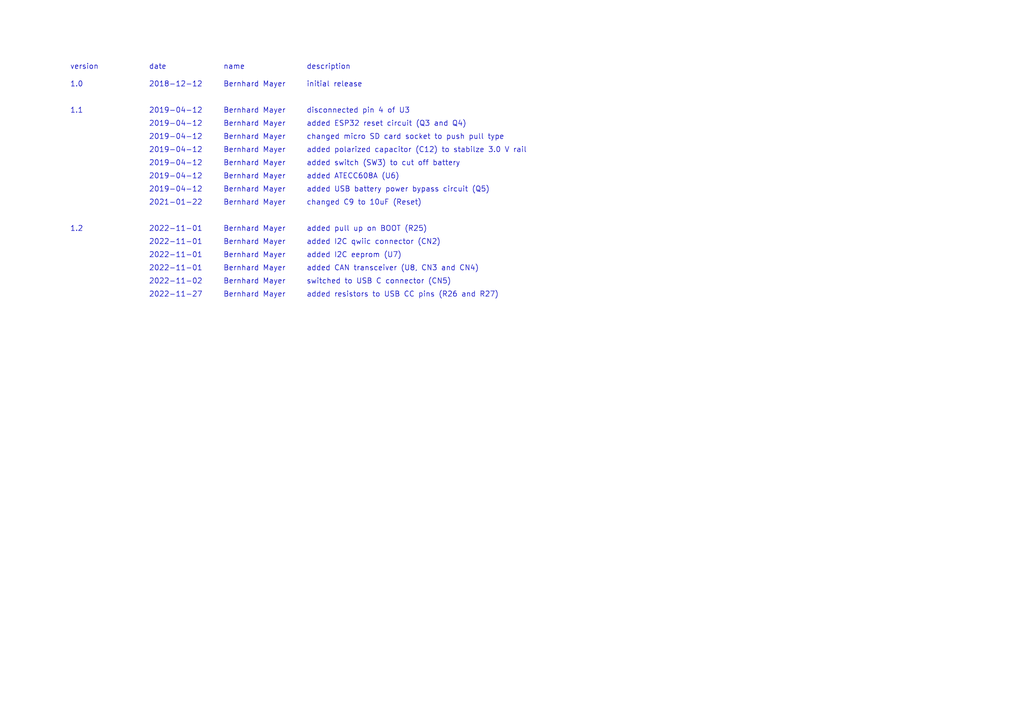
<source format=kicad_sch>
(kicad_sch (version 20211123) (generator eeschema)
  (paper "A4")
  (title_block (title "Sensornator") (date "2022-11-27") (rev "1.2") (company "generationmake") (comment 4 "This documentation describes Open Hardware and is licensed under the CERN OHL v. 1.2."))
  (lib_symbols)
  (text "added ESP32 reset circuit (Q3 and Q4)" (at 88.9 36.83 0) (effects (font (size 1.524 1.524)) (justify left bottom)))
  (text "added CAN transceiver (U8, CN3 and CN4)" (at 88.9 78.74 0) (effects (font (size 1.524 1.524)) (justify left bottom)))
  (text "Bernhard Mayer" (at 64.77 44.45 0) (effects (font (size 1.524 1.524)) (justify left bottom)))
  (text "Bernhard Mayer" (at 64.77 52.07 0) (effects (font (size 1.524 1.524)) (justify left bottom)))
  (text "Bernhard Mayer" (at 64.77 67.31 0) (effects (font (size 1.524 1.524)) (justify left bottom)))
  (text "added ATECC608A (U6)" (at 88.9 52.07 0) (effects (font (size 1.524 1.524)) (justify left bottom)))
  (text "initial release" (at 88.9 25.4 0) (effects (font (size 1.524 1.524)) (justify left bottom)))
  (text "Bernhard Mayer" (at 64.77 48.26 0) (effects (font (size 1.524 1.524)) (justify left bottom)))
  (text "2019-04-12" (at 43.18 52.07 0) (effects (font (size 1.524 1.524)) (justify left bottom)))
  (text "2021-01-22" (at 43.18 59.69 0) (effects (font (size 1.524 1.524)) (justify left bottom)))
  (text "2022-11-01" (at 43.18 78.74 0) (effects (font (size 1.524 1.524)) (justify left bottom)))
  (text "switched to USB C connector (CN5)" (at 88.9 82.55 0) (effects (font (size 1.524 1.524)) (justify left bottom)))
  (text "2019-04-12" (at 43.18 33.02 0) (effects (font (size 1.524 1.524)) (justify left bottom)))
  (text "date" (at 43.18 20.32 0) (effects (font (size 1.524 1.524)) (justify left bottom)))
  (text "added I2C eeprom (U7)" (at 88.9 74.93 0) (effects (font (size 1.524 1.524)) (justify left bottom)))
  (text "added polarized capacitor (C12) to stabilze 3.0 V rail" (at 88.9 44.45 0) (effects (font (size 1.524 1.524)) (justify left bottom)))
  (text "version" (at 20.32 20.32 0) (effects (font (size 1.524 1.524)) (justify left bottom)))
  (text "2022-11-01" (at 43.18 71.12 0) (effects (font (size 1.524 1.524)) (justify left bottom)))
  (text "name" (at 64.77 20.32 0) (effects (font (size 1.524 1.524)) (justify left bottom)))
  (text "Bernhard Mayer" (at 64.77 78.74 0) (effects (font (size 1.524 1.524)) (justify left bottom)))
  (text "Bernhard Mayer" (at 64.77 55.88 0) (effects (font (size 1.524 1.524)) (justify left bottom)))
  (text "Bernhard Mayer" (at 64.77 82.55 0) (effects (font (size 1.524 1.524)) (justify left bottom)))
  (text "description" (at 88.9 20.32 0) (effects (font (size 1.524 1.524)) (justify left bottom)))
  (text "changed micro SD card socket to push pull type" (at 88.9 40.64 0) (effects (font (size 1.524 1.524)) (justify left bottom)))
  (text "added pull up on BOOT (R25)" (at 88.9 67.31 0) (effects (font (size 1.524 1.524)) (justify left bottom)))
  (text "Bernhard Mayer" (at 64.77 86.36 0) (effects (font (size 1.524 1.524)) (justify left bottom)))
  (text "2022-11-27" (at 43.18 86.36 0) (effects (font (size 1.524 1.524)) (justify left bottom)))
  (text "Bernhard Mayer" (at 64.77 33.02 0) (effects (font (size 1.524 1.524)) (justify left bottom)))
  (text "Bernhard Mayer" (at 64.77 25.4 0) (effects (font (size 1.524 1.524)) (justify left bottom)))
  (text "1.1" (at 20.32 33.02 0) (effects (font (size 1.524 1.524)) (justify left bottom)))
  (text "Bernhard Mayer" (at 64.77 59.69 0) (effects (font (size 1.524 1.524)) (justify left bottom)))
  (text "added USB battery power bypass circuit (Q5)" (at 88.9 55.88 0) (effects (font (size 1.524 1.524)) (justify left bottom)))
  (text "2019-04-12" (at 43.18 40.64 0) (effects (font (size 1.524 1.524)) (justify left bottom)))
  (text "Bernhard Mayer" (at 64.77 40.64 0) (effects (font (size 1.524 1.524)) (justify left bottom)))
  (text "Bernhard Mayer" (at 64.77 71.12 0) (effects (font (size 1.524 1.524)) (justify left bottom)))
  (text "2022-11-02" (at 43.18 82.55 0) (effects (font (size 1.524 1.524)) (justify left bottom)))
  (text "added resistors to USB CC pins (R26 and R27)" (at 88.9 86.36 0) (effects (font (size 1.524 1.524)) (justify left bottom)))
  (text "2019-04-12" (at 43.18 36.83 0) (effects (font (size 1.524 1.524)) (justify left bottom)))
  (text "disconnected pin 4 of U3" (at 88.9 33.02 0) (effects (font (size 1.524 1.524)) (justify left bottom)))
  (text "2019-04-12" (at 43.18 48.26 0) (effects (font (size 1.524 1.524)) (justify left bottom)))
  (text "2022-11-01" (at 43.18 67.31 0) (effects (font (size 1.524 1.524)) (justify left bottom)))
  (text "added switch (SW3) to cut off battery" (at 88.9 48.26 0) (effects (font (size 1.524 1.524)) (justify left bottom)))
  (text "Bernhard Mayer" (at 64.77 36.83 0) (effects (font (size 1.524 1.524)) (justify left bottom)))
  (text "1.0" (at 20.32 25.4 0) (effects (font (size 1.524 1.524)) (justify left bottom)))
  (text "changed C9 to 10uF (Reset)" (at 88.9 59.69 0) (effects (font (size 1.524 1.524)) (justify left bottom)))
  (text "2018-12-12" (at 43.18 25.4 0) (effects (font (size 1.524 1.524)) (justify left bottom)))
  (text "2019-04-12" (at 43.18 55.88 0) (effects (font (size 1.524 1.524)) (justify left bottom)))
  (text "added I2C qwiic connector (CN2)" (at 88.9 71.12 0) (effects (font (size 1.524 1.524)) (justify left bottom)))
  (text "2019-04-12" (at 43.18 44.45 0) (effects (font (size 1.524 1.524)) (justify left bottom)))
  (text "2022-11-01" (at 43.18 74.93 0) (effects (font (size 1.524 1.524)) (justify left bottom)))
  (text "1.2" (at 20.32 67.31 0) (effects (font (size 1.524 1.524)) (justify left bottom)))
  (text "Bernhard Mayer" (at 64.77 74.93 0) (effects (font (size 1.524 1.524)) (justify left bottom)))
)
</source>
